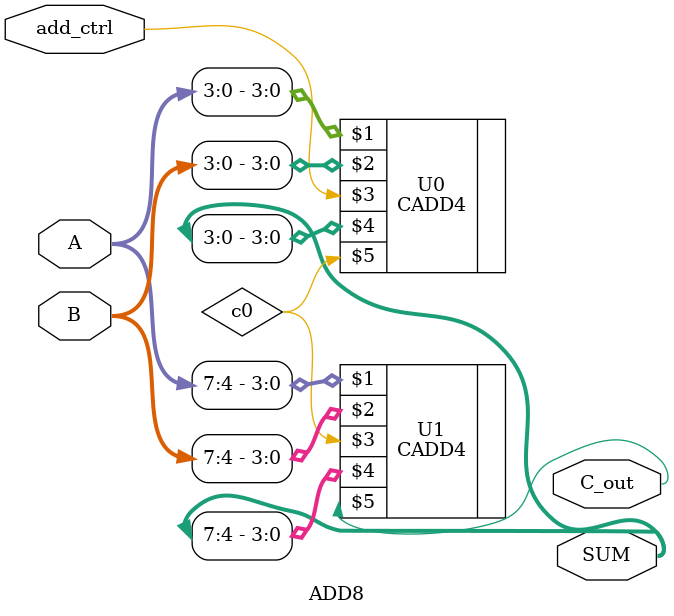
<source format=v>
module ADD8 (A,B,add_ctrl,SUM,C_out);

input [7:0] A,B;
input add_ctrl;
output [7:0] SUM;
output C_out;
wire c0;

CADD4 U0 (A[3:0],B[3:0],add_ctrl,SUM[3:0],c0);
CADD4 U1 (A[7:4],B[7:4],c0,SUM[7:4],C_out);

endmodule

</source>
